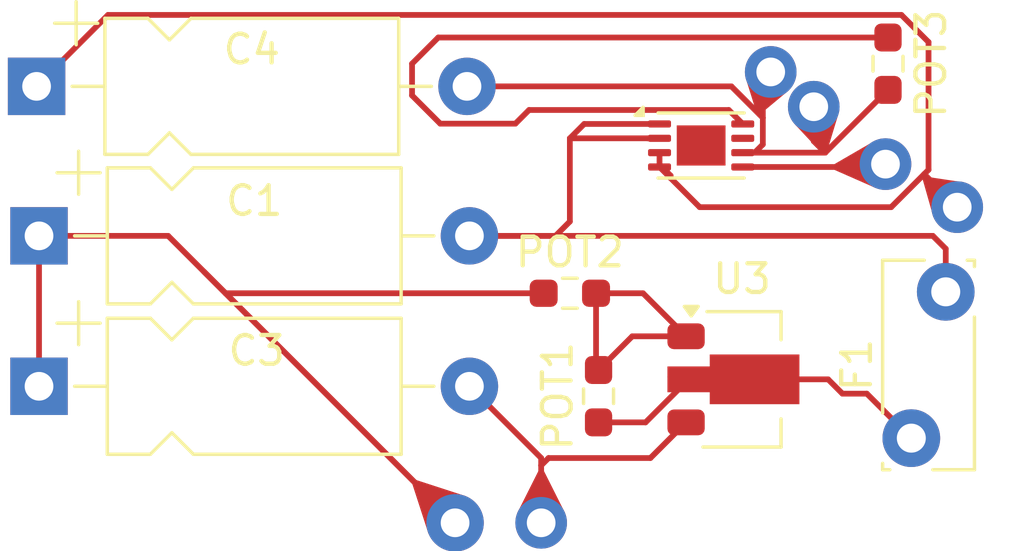
<source format=kicad_pcb>
(kicad_pcb (version 20240108) (generator "pcbnew") (generator_version "8.0")
  (layers (0 "F.Cu" signal) (31 "B.Cu" signal) (34 "B.Paste" user) (35 "F.Paste" user) (36 "B.SilkS" user "B.Silkscreen") (37 "F.SilkS" user "F.Silkscreen") (38 "B.Mask" user) (39 "F.Mask" user) (44 "Edge.Cuts" user))
  (net 0 "")
  (net 1 "+16V")
  (net 2 "-16V")
  (net 3 "+7.5V")
  (net 4 "Net-(U3-VO)")
  (net 5 "Net-(U3-ADJ)")
  (net 6 "Net-(U1-PROG)")
  (net 8 "+1V0")
  (net 9 "GND")
  (net 10 "Net-(C1-Pad2)")
  (footprint "Resistor_SMD:R_0603_1608Metric_Pad0.98x0.95mm_HandSolder" (layer "F.Cu") (at 164.5 44.5)
    (property "Reference" "POT2" (at 0 -1.43 0) (layer "F.SilkS"))
    (property "Value" "1,4kΩ")
    (fp_line (start -0.254724 -0.5225) (end 0.254724 -0.5225) (stroke (width 0.12)) (layer "F.SilkS"))
    (fp_line (start -0.254724 0.5225) (end 0.254724 0.5225) (stroke (width 0.12)) (layer "F.SilkS"))
    (pad "1" smd roundrect (at -0.9125 0) (size 0.975 0.95) (layers "F.Cu" "F.Paste" "F.Mask") (net 9 "GND"))
    (pad "2" smd roundrect (at 0.9125 0) (size 0.975 0.95) (layers "F.Cu" "F.Paste" "F.Mask") (net 5 "Net-(U3-ADJ)"))
  )
  (footprint "Package_TO_SOT_SMD:SOT-89-3" (layer "F.Cu") (at 170.5 47.5)
    (property "Reference" "U3" (at 0 -3.5 0) (layer "F.SilkS"))
    (property "Value" "LM317L_SOT-89")
    (fp_line (start -1.22 -2.36) (end 1.36 -2.36) (stroke (width 0.12)) (layer "F.SilkS"))
    (fp_line (start 1.36 -1.38) (end 1.36 -2.36) (stroke (width 0.12)) (layer "F.SilkS"))
    (fp_line (start 1.36 1.38) (end 1.36 2.36) (stroke (width 0.12)) (layer "F.SilkS"))
    (fp_line (start 1.36 2.36) (end -1.36 2.36) (stroke (width 0.12)) (layer "F.SilkS"))
    (fp_poly (pts (xy -1.77 -2.21) (xy -2.01 -2.54) (xy -1.53 -2.54) (xy -1.77 -2.21)) (stroke (width 0.12)) (fill solid) (layer "F.SilkS"))
    (pad "1" smd roundrect (at -1.95 -1.5) (size 1.3 0.9) (layers "F.Cu" "F.Paste" "F.Mask") (net 5 "Net-(U3-ADJ)"))
    (pad "2" smd custom (at -1.8625 0) (size 1.475 0.9) (layers "F.Cu" "F.Paste" "F.Mask") (net 4 "Net-(U3-VO)") (options (clearance outline) (anchor rect)) (primitives (gr_poly (pts (xy 3.8625 0.8665) (xy 0.7375 0.8665) (xy 0.7375 -0.8665) (xy 3.8625 -0.8665)) (width 0) (fill yes))))
    (pad "3" smd roundrect (at -1.95 1.5) (size 1.3 0.9) (layers "F.Cu" "F.Paste" "F.Mask") (net 1 "+16V"))
  )
  (footprint "Resistor_SMD:R_0603_1608Metric_Pad0.98x0.95mm_HandSolder" (layer "F.Cu") (at 165.5 48.0875 90)
    (property "Reference" "POT1" (at 0 -1.43 90) (layer "F.SilkS"))
    (property "Value" "240Ω")
    (fp_line (start -0.254724 -0.5225) (end 0.254724 -0.5225) (stroke (width 0.12)) (layer "F.SilkS"))
    (fp_line (start -0.254724 0.5225) (end 0.254724 0.5225) (stroke (width 0.12)) (layer "F.SilkS"))
    (pad "1" smd roundrect (at -0.9125 0 90) (size 0.975 0.95) (layers "F.Cu" "F.Paste" "F.Mask") (net 4 "Net-(U3-VO)"))
    (pad "2" smd roundrect (at 0.9125 0 90) (size 0.975 0.95) (layers "F.Cu" "F.Paste" "F.Mask") (net 5 "Net-(U3-ADJ)"))
  )
  (footprint "Capacitor_THT:CP_Axial_L10.0mm_D4.5mm_P15.00mm_Horizontal" (layer "F.Cu") (at 146 47.7425)
    (property "Reference" "C3" (at 7.585 -1.2425 0) (layer "F.SilkS"))
    (property "Value" "0,47uF")
    (fp_line (start 0.63 -2.2) (end 2.13 -2.2) (stroke (width 0.12)) (layer "F.SilkS"))
    (fp_line (start 1.24 0) (end 2.38 0) (stroke (width 0.12)) (layer "F.SilkS"))
    (fp_line (start 1.38 -2.95) (end 1.38 -1.45) (stroke (width 0.12)) (layer "F.SilkS"))
    (fp_line (start 2.38 -2.37) (end 2.38 2.37) (stroke (width 0.12)) (layer "F.SilkS"))
    (fp_line (start 2.38 -2.37) (end 3.88 -2.37) (stroke (width 0.12)) (layer "F.SilkS"))
    (fp_line (start 2.38 2.37) (end 3.88 2.37) (stroke (width 0.12)) (layer "F.SilkS"))
    (fp_line (start 3.88 -2.37) (end 4.63 -1.62) (stroke (width 0.12)) (layer "F.SilkS"))
    (fp_line (start 3.88 2.37) (end 4.63 1.62) (stroke (width 0.12)) (layer "F.SilkS"))
    (fp_line (start 4.63 -1.62) (end 5.38 -2.37) (stroke (width 0.12)) (layer "F.SilkS"))
    (fp_line (start 4.63 1.62) (end 5.38 2.37) (stroke (width 0.12)) (layer "F.SilkS"))
    (fp_line (start 5.38 -2.37) (end 12.62 -2.37) (stroke (width 0.12)) (layer "F.SilkS"))
    (fp_line (start 5.38 2.37) (end 12.62 2.37) (stroke (width 0.12)) (layer "F.SilkS"))
    (fp_line (start 12.62 -2.37) (end 12.62 2.37) (stroke (width 0.12)) (layer "F.SilkS"))
    (fp_line (start 13.76 0) (end 12.62 0) (stroke (width 0.12)) (layer "F.SilkS"))
    (pad "1" thru_hole rect (at 0 0) (size 2 2) (drill 1) (layers "*.Cu" "*.Mask") (net 9 "GND"))
    (pad "2" thru_hole oval (at 15 0) (size 2 2) (drill 1) (layers "*.Cu" "*.Mask") (net 1 "+16V"))
  )
  (footprint "Resistor_SMD:R_0603_1608Metric_Pad0.98x0.95mm_HandSolder" (layer "F.Cu") (at 175.5875 36.5 -90)
    (property "Reference" "POT3" (at 0 -1.5 90) (layer "F.SilkS"))
    (property "Value" "1kΩ")
    (fp_line (start -0.254724 0.5225) (end 0.254724 0.5225) (stroke (width 0.12)) (layer "F.SilkS"))
    (fp_line (start -0.254724 -0.5225) (end 0.254724 -0.5225) (stroke (width 0.12)) (layer "F.SilkS"))
    (pad "1" smd roundrect (at -0.9125 0 270) (size 0.975 0.95) (layers "F.Cu" "F.Paste" "F.Mask") (net 6 "Net-(U1-PROG)"))
    (pad "2" smd roundrect (at 0.9125 0 270) (size 0.975 0.95) (layers "F.Cu" "F.Paste" "F.Mask") (net 2 "-16V"))
  )
  (footprint "Capacitor_THT:CP_Axial_L10.0mm_D4.5mm_P15.00mm_Horizontal" (layer "F.Cu") (at 146 42.5)
    (property "Reference" "C1" (at 7.5 -1.22 0) (layer "F.SilkS"))
    (property "Value" "1uF")
    (fp_line (start 0.63 -2.2) (end 2.13 -2.2) (stroke (width 0.12)) (layer "F.SilkS"))
    (fp_line (start 1.24 0) (end 2.38 0) (stroke (width 0.12)) (layer "F.SilkS"))
    (fp_line (start 1.38 -2.95) (end 1.38 -1.45) (stroke (width 0.12)) (layer "F.SilkS"))
    (fp_line (start 2.38 -2.37) (end 2.38 2.37) (stroke (width 0.12)) (layer "F.SilkS"))
    (fp_line (start 2.38 -2.37) (end 3.88 -2.37) (stroke (width 0.12)) (layer "F.SilkS"))
    (fp_line (start 2.38 2.37) (end 3.88 2.37) (stroke (width 0.12)) (layer "F.SilkS"))
    (fp_line (start 3.88 -2.37) (end 4.63 -1.62) (stroke (width 0.12)) (layer "F.SilkS"))
    (fp_line (start 3.88 2.37) (end 4.63 1.62) (stroke (width 0.12)) (layer "F.SilkS"))
    (fp_line (start 4.63 -1.62) (end 5.38 -2.37) (stroke (width 0.12)) (layer "F.SilkS"))
    (fp_line (start 4.63 1.62) (end 5.38 2.37) (stroke (width 0.12)) (layer "F.SilkS"))
    (fp_line (start 5.38 -2.37) (end 12.62 -2.37) (stroke (width 0.12)) (layer "F.SilkS"))
    (fp_line (start 5.38 2.37) (end 12.62 2.37) (stroke (width 0.12)) (layer "F.SilkS"))
    (fp_line (start 12.62 -2.37) (end 12.62 2.37) (stroke (width 0.12)) (layer "F.SilkS"))
    (fp_line (start 13.76 0) (end 12.62 0) (stroke (width 0.12)) (layer "F.SilkS"))
    (pad "1" thru_hole rect (at 0 0) (size 2 2) (drill 1) (layers "*.Cu" "*.Mask") (net 9 "GND"))
    (pad "2" thru_hole oval (at 15 0) (size 2 2) (drill 1) (layers "*.Cu" "*.Mask") (net 10 "Net-(C1-Pad2)"))
  )
  (footprint "Fuse:Fuse_Bourns_MF-RG300" (layer "F.Cu") (at 176.4 49.55 90)
    (property "Reference" "F1" (at 2.55 -1.9 90) (layer "F.SilkS"))
    (property "Value" "Polyfuse")
    (fp_line (start 6.2 -1) (end 6.2 0.451) (stroke (width 0.12)) (layer "F.SilkS"))
    (fp_line (start 0.879 -1) (end 6.2 -1) (stroke (width 0.12)) (layer "F.SilkS"))
    (fp_line (start -1.1 -1) (end -0.879 -1) (stroke (width 0.12)) (layer "F.SilkS"))
    (fp_line (start -1.1 -1) (end -1.1 -0.75) (stroke (width 0.12)) (layer "F.SilkS"))
    (fp_line (start -1.1 0.75) (end -1.1 2.2) (stroke (width 0.12)) (layer "F.SilkS"))
    (fp_line (start 6.2 1.95) (end 6.2 2.2) (stroke (width 0.12)) (layer "F.SilkS"))
    (fp_line (start 5.979 2.2) (end 6.2 2.2) (stroke (width 0.12)) (layer "F.SilkS"))
    (fp_line (start -1.1 2.2) (end 4.222 2.2) (stroke (width 0.12)) (layer "F.SilkS"))
    (pad "1" thru_hole circle (at 0 0 90) (size 2.01 2.01) (drill 1.01) (layers "*.Cu" "*.Mask") (net 4 "Net-(U3-VO)"))
    (pad "2" thru_hole circle (at 5.1 1.2 90) (size 2.01 2.01) (drill 1.01) (layers "*.Cu" "*.Mask") (net 10 "Net-(C1-Pad2)"))
  )
  (footprint "Package_DFN_QFN:DFN-8-1EP_3x2mm_P0.5mm_EP1.7x1.4mm" (layer "F.Cu") (at 169.075 39.35)
    (property "Reference" "U1" (hide yes))
    (property "Value" "MCP73831-2-MC" (hide yes))
    (fp_line (start -1.5 -1.135) (end 1.5 -1.135) (stroke (width 0.12)) (layer "F.SilkS"))
    (fp_line (start -1.5 1.135) (end 1.5 1.135) (stroke (width 0.12)) (layer "F.SilkS"))
    (fp_poly (pts (xy -2.02 -1.05) (xy -2.3 -1.05) (xy -2.02 -1.33) (xy -2.02 -1.05)) (stroke (width 0.12)) (fill solid) (layer "F.SilkS"))
    (pad "1" smd roundrect (at -1.45 -0.75) (size 0.8 0.25) (layers "F.Cu" "F.Paste" "F.Mask") (net 10 "Net-(C1-Pad2)"))
    (pad "2" smd roundrect (at -1.45 -0.25) (size 0.8 0.25) (layers "F.Cu" "F.Paste" "F.Mask") (net 10 "Net-(C1-Pad2)"))
    (pad "3" smd roundrect (at -1.45 0.25) (size 0.8 0.25) (layers "F.Cu" "F.Paste" "F.Mask") (net 3 "+7.5V"))
    (pad "4" smd roundrect (at -1.45 0.75) (size 0.8 0.25) (layers "F.Cu" "F.Paste" "F.Mask") (net 3 "+7.5V"))
    (pad "5" smd roundrect (at 1.45 0.75) (size 0.8 0.25) (layers "F.Cu" "F.Paste" "F.Mask") (net 8 "+1V0"))
    (pad "6" smd roundrect (at 1.45 0.25) (size 0.8 0.25) (layers "F.Cu" "F.Paste" "F.Mask") (net 2 "-16V"))
    (pad "7" smd roundrect (at 1.45 -0.25) (size 0.8 0.25) (layers "F.Cu" "F.Paste" "F.Mask"))
    (pad "8" smd roundrect (at 1.45 -0.75) (size 0.8 0.25) (layers "F.Cu" "F.Paste" "F.Mask") (net 6 "Net-(U1-PROG)"))
    (pad "9" smd rect (at 0 0) (size 1.7 1.4) (property pad_prop_heatsink) (layers "F.Cu" "F.Mask"))
  )
  (footprint "Capacitor_THT:CP_Axial_L10.0mm_D4.5mm_P15.00mm_Horizontal" (layer "F.Cu") (at 145.915 37.29)
    (property "Reference" "C4" (at 7.5 -1.29 0) (layer "F.SilkS"))
    (property "Value" "4,5uF")
    (fp_line (start 0.63 -2.2) (end 2.13 -2.2) (stroke (width 0.12)) (layer "F.SilkS"))
    (fp_line (start 1.24 0) (end 2.38 0) (stroke (width 0.12)) (layer "F.SilkS"))
    (fp_line (start 1.38 -2.95) (end 1.38 -1.45) (stroke (width 0.12)) (layer "F.SilkS"))
    (fp_line (start 2.38 -2.37) (end 2.38 2.37) (stroke (width 0.12)) (layer "F.SilkS"))
    (fp_line (start 2.38 -2.37) (end 3.88 -2.37) (stroke (width 0.12)) (layer "F.SilkS"))
    (fp_line (start 2.38 2.37) (end 3.88 2.37) (stroke (width 0.12)) (layer "F.SilkS"))
    (fp_line (start 3.88 -2.37) (end 4.63 -1.62) (stroke (width 0.12)) (layer "F.SilkS"))
    (fp_line (start 3.88 2.37) (end 4.63 1.62) (stroke (width 0.12)) (layer "F.SilkS"))
    (fp_line (start 4.63 -1.62) (end 5.38 -2.37) (stroke (width 0.12)) (layer "F.SilkS"))
    (fp_line (start 4.63 1.62) (end 5.38 2.37) (stroke (width 0.12)) (layer "F.SilkS"))
    (fp_line (start 5.38 -2.37) (end 12.62 -2.37) (stroke (width 0.12)) (layer "F.SilkS"))
    (fp_line (start 5.38 2.37) (end 12.62 2.37) (stroke (width 0.12)) (layer "F.SilkS"))
    (fp_line (start 12.62 -2.37) (end 12.62 2.37) (stroke (width 0.12)) (layer "F.SilkS"))
    (fp_line (start 13.76 0) (end 12.62 0) (stroke (width 0.12)) (layer "F.SilkS"))
    (pad "1" thru_hole rect (at 0 0) (size 2 2) (drill 1) (layers "*.Cu" "*.Mask") (net 3 "+7.5V"))
    (pad "2" thru_hole oval (at 15 0) (size 2 2) (drill 1) (layers "*.Cu" "*.Mask") (net 2 "-16V"))
  )
  (segment (start 161 47.7425) (end 163.5 50.2425) (width 0.2) (layer "F.Cu") (net 1))
  (segment (start 163.5 50.5) (end 163.5 52.5) (width 0.2) (layer "F.Cu") (net 1))
  (segment (start 163.5 50.2425) (end 163.5 50.5) (width 0.2) (layer "F.Cu") (net 1))
  (segment (start 163.7575 50.2425) (end 167.3075 50.2425) (width 0.2) (layer "F.Cu") (net 1))
  (segment (start 167.3075 50.2425) (end 168.55 49) (width 0.2) (layer "F.Cu") (net 1))
  (segment (start 163.5 50.5) (end 163.7575 50.2425) (width 0.2) (layer "F.Cu") (net 1))
  (via (at 163.5 52.5) (size 1.8) (drill 1) (layers "F.Cu" "B.Cu") (net 1))
  (segment (start 173.4 39.6) (end 170.525 39.6) (width 0.2) (layer "F.Cu") (net 2))
  (segment (start 175.5875 37.4125) (end 173.4 39.6) (width 0.2) (layer "F.Cu") (net 2))
  (segment (start 171.225 37.0625) (end 171.225 38.385614) (width 0.2) (layer "F.Cu") (net 2))
  (segment (start 175.5875 37.4125) (end 175.275 37.1) (width 0.2) (layer "F.Cu") (net 2))
  (segment (start 171.225 39.314386) (end 170.939386 39.6) (width 0.2) (layer "F.Cu") (net 2))
  (segment (start 173 39.2) (end 173.4 39.6) (width 0.2) (layer "F.Cu") (net 2))
  (segment (start 170.129386 37.29) (end 171.225 38.385614) (width 0.2) (layer "F.Cu") (net 2))
  (segment (start 173 38) (end 173 39.2) (width 0.2) (layer "F.Cu") (net 2))
  (segment (start 160.915 37.29) (end 170.129386 37.29) (width 0.2) (layer "F.Cu") (net 2))
  (segment (start 171.225 38.385614) (end 171.225 39.314386) (width 0.2) (layer "F.Cu") (net 2))
  (segment (start 171.5 36.7875) (end 171.225 37.0625) (width 0.2) (layer "F.Cu") (net 2))
  (segment (start 170.939386 39.6) (end 170.525 39.6) (width 0.2) (layer "F.Cu") (net 2))
  (via (at 171.5 36.7875) (size 1.8) (drill 1) (layers "F.Cu" "B.Cu") (net 2))
  (via (at 173 38) (size 1.8) (drill 1) (layers "F.Cu" "B.Cu") (net 2))
  (segment (start 167.625 39.6) (end 167.625 40.014386) (width 0.2) (layer "F.Cu") (net 3))
  (segment (start 169.025 41.5) (end 168.0125 40.4875) (width 0.2) (layer "F.Cu") (net 3))
  (segment (start 168.0125 40.401886) (end 168.0125 40.4875) (width 0.2) (layer "F.Cu") (net 3))
  (segment (start 177 40.197057) (end 176.848528 40.348528) (width 0.2) (layer "F.Cu") (net 3))
  (segment (start 176.848528 40.348528) (end 175.697056 41.5) (width 0.2) (layer "F.Cu") (net 3))
  (segment (start 167.625 40.014386) (end 168.0125 40.401886) (width 0.2) (layer "F.Cu") (net 3))
  (segment (start 178 41.5) (end 176.848528 40.348528) (width 0.2) (layer "F.Cu") (net 3))
  (segment (start 177 35.745778) (end 177 40.197057) (width 0.2) (layer "F.Cu") (net 3))
  (segment (start 148.405 34.8) (end 176.054222 34.8) (width 0.2) (layer "F.Cu") (net 3))
  (segment (start 176.054222 34.8) (end 177 35.745778) (width 0.2) (layer "F.Cu") (net 3))
  (segment (start 145.915 37.29) (end 148.405 34.8) (width 0.2) (layer "F.Cu") (net 3))
  (segment (start 168.0125 40.4875) (end 167.625 40.1) (width 0.2) (layer "F.Cu") (net 3))
  (segment (start 175.697056 41.5) (end 169.025 41.5) (width 0.2) (layer "F.Cu") (net 3))
  (via (at 178 41.5) (size 1.8) (drill 1) (layers "F.Cu" "B.Cu") (net 3))
  (segment (start 174 48) (end 174.85 48) (width 0.2) (layer "F.Cu") (net 4))
  (segment (start 174.85 48) (end 176.4 49.55) (width 0.2) (layer "F.Cu") (net 4))
  (segment (start 165.5 49) (end 167.1375 49) (width 0.2) (layer "F.Cu") (net 4))
  (segment (start 173.5 47.5) (end 168.6375 47.5) (width 0.2) (layer "F.Cu") (net 4))
  (segment (start 167.1375 49) (end 168.6375 47.5) (width 0.2) (layer "F.Cu") (net 4))
  (segment (start 173.5 47.5) (end 174 48) (width 0.2) (layer "F.Cu") (net 4))
  (segment (start 168.1375 47.55) (end 168 47.4125) (width 0.2) (layer "F.Cu") (net 4))
  (segment (start 165.4125 44.5) (end 167.05 44.5) (width 0.2) (layer "F.Cu") (net 5))
  (segment (start 166.675 46) (end 168.55 46) (width 0.2) (layer "F.Cu") (net 5))
  (segment (start 165.4125 47.0875) (end 165.5 47.175) (width 0.2) (layer "F.Cu") (net 5))
  (segment (start 165.4125 44.5) (end 165.4125 47.0875) (width 0.2) (layer "F.Cu") (net 5))
  (segment (start 167.05 44.5) (end 168.55 46) (width 0.2) (layer "F.Cu") (net 5))
  (segment (start 165.5 47.175) (end 166.675 46) (width 0.2) (layer "F.Cu") (net 5))
  (segment (start 163.078372 38.11315) (end 170.03815 38.11315) (width 0.2) (layer "F.Cu") (net 6))
  (segment (start 159.983261 38.59) (end 162.601522 38.59) (width 0.2) (layer "F.Cu") (net 6))
  (segment (start 170.03815 38.11315) (end 170.525 38.6) (width 0.2) (layer "F.Cu") (net 6))
  (segment (start 159 37.606739) (end 159.983261 38.59) (width 0.2) (layer "F.Cu") (net 6))
  (segment (start 162.601522 38.59) (end 163.078372 38.11315) (width 0.2) (layer "F.Cu") (net 6))
  (segment (start 175.5875 35.5875) (end 159.9125 35.5875) (width 0.2) (layer "F.Cu") (net 6))
  (segment (start 159.9125 35.5875) (end 159 36.5) (width 0.2) (layer "F.Cu") (net 6))
  (segment (start 159 36.5) (end 159 37.606739) (width 0.2) (layer "F.Cu") (net 6))
  (segment (start 170.525 40.1) (end 175.4 40.1) (width 0.2) (layer "F.Cu") (net 8))
  (segment (start 175.4 40.1) (end 175.5 40) (width 0.2) (layer "F.Cu") (net 8))
  (via (at 175.5 40) (size 1.8) (drill 1) (layers "F.Cu" "B.Cu") (net 8))
  (segment (start 160.5 52.5) (end 152.5 44.5) (width 0.2) (layer "F.Cu") (net 9))
  (segment (start 150.5 42.5) (end 146 42.5) (width 0.2) (layer "F.Cu") (net 9))
  (segment (start 163.5875 44.5) (end 152.5 44.5) (width 0.2) (layer "F.Cu") (net 9))
  (segment (start 146 42.5) (end 146 47.7425) (width 0.2) (layer "F.Cu") (net 9))
  (segment (start 152.5 44.5) (end 151.75 43.75) (width 0.2) (layer "F.Cu") (net 9))
  (segment (start 160.5 52.5) (end 150.5 42.5) (width 0.2) (layer "F.Cu") (net 9))
  (via (at 160.5 52.5) (size 2) (drill 1) (layers "F.Cu" "B.Cu") (net 9))
  (segment (start 164.5 39.1) (end 167.625 39.1) (width 0.2) (layer "F.Cu") (net 10))
  (segment (start 164.5 42) (end 164.5 39.1) (width 0.2) (layer "F.Cu") (net 10))
  (segment (start 167.210614 39.1) (end 167.625 39.1) (width 0.2) (layer "F.Cu") (net 10))
  (segment (start 165 38.6) (end 164.5 39.1) (width 0.2) (layer "F.Cu") (net 10))
  (segment (start 161.05 42.45) (end 161 42.5) (width 0.2) (layer "F.Cu") (net 10))
  (segment (start 167.625 38.6) (end 165 38.6) (width 0.2) (layer "F.Cu") (net 10))
  (segment (start 177.6 42.95) (end 177.6 44.45) (width 0.2) (layer "F.Cu") (net 10))
  (segment (start 161 42.5) (end 164 42.5) (width 0.2) (layer "F.Cu") (net 10))
  (segment (start 164 42.5) (end 164.5 42) (width 0.2) (layer "F.Cu") (net 10))
  (segment (start 177.15 42.5) (end 177.6 42.95) (width 0.2) (layer "F.Cu") (net 10))
  (segment (start 177.15 42.5) (end 161 42.5) (width 0.2) (layer "F.Cu") (net 10))
)
</source>
